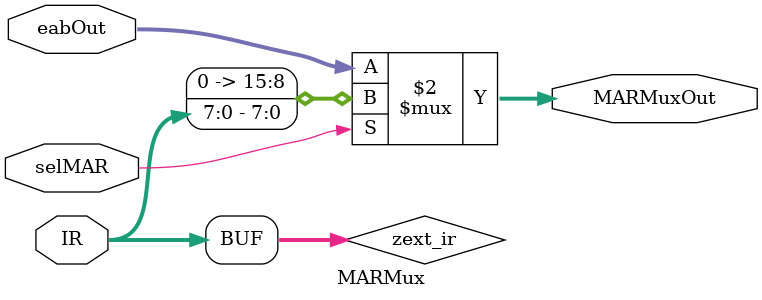
<source format=v>
`timescale 1ns / 1ps
`default_nettype none
module MARMux(MARMuxOut, IR, eabOut, selMAR);
	input [7:0] IR;
	input [15:0] eabOut;
	input selMAR;
	output [15:0] MARMuxOut;
	
	wire [7:0] zext_ir;
	assign zext_ir = { 8'h0, IR};
	
	assign MARMuxOut = selMAR ? zext_ir : eabOut;
endmodule

</source>
